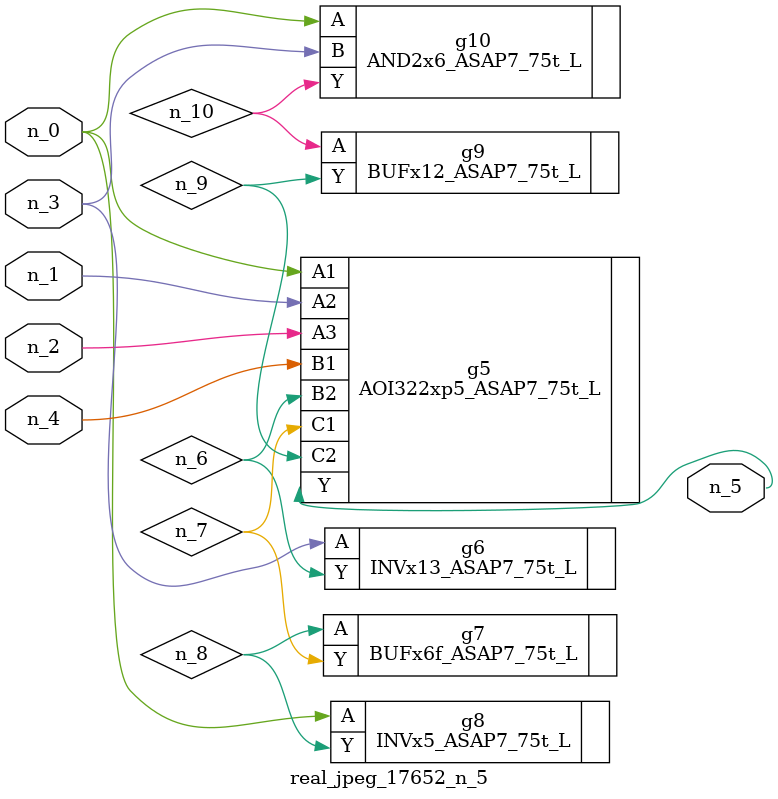
<source format=v>
module real_jpeg_17652_n_5 (n_4, n_0, n_1, n_2, n_3, n_5);

input n_4;
input n_0;
input n_1;
input n_2;
input n_3;

output n_5;

wire n_8;
wire n_6;
wire n_7;
wire n_10;
wire n_9;

AOI322xp5_ASAP7_75t_L g5 ( 
.A1(n_0),
.A2(n_1),
.A3(n_2),
.B1(n_4),
.B2(n_6),
.C1(n_7),
.C2(n_9),
.Y(n_5)
);

INVx5_ASAP7_75t_L g8 ( 
.A(n_0),
.Y(n_8)
);

AND2x6_ASAP7_75t_L g10 ( 
.A(n_0),
.B(n_3),
.Y(n_10)
);

INVx13_ASAP7_75t_L g6 ( 
.A(n_3),
.Y(n_6)
);

BUFx6f_ASAP7_75t_L g7 ( 
.A(n_8),
.Y(n_7)
);

BUFx12_ASAP7_75t_L g9 ( 
.A(n_10),
.Y(n_9)
);


endmodule
</source>
